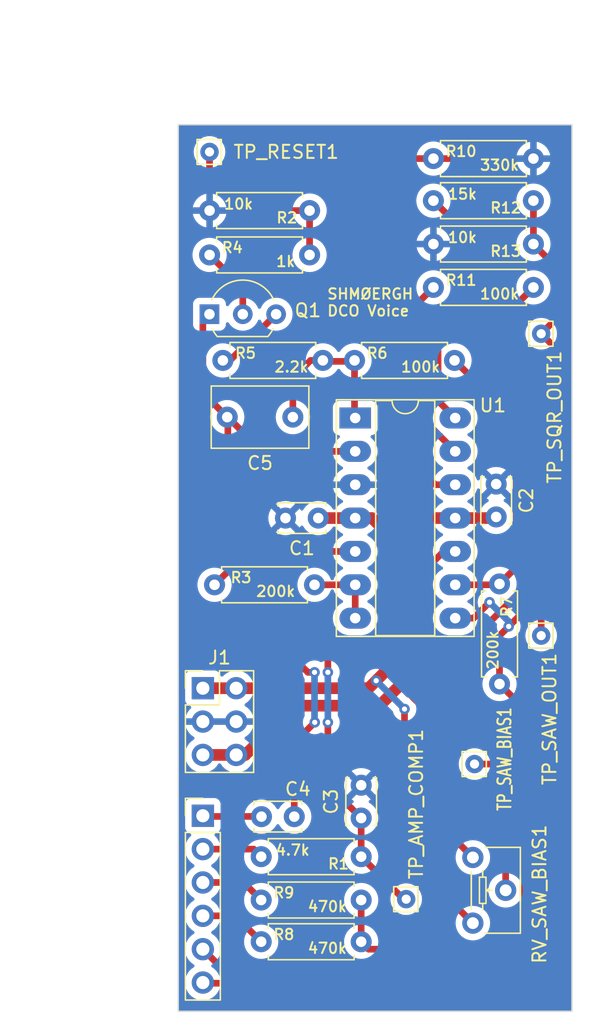
<source format=kicad_pcb>
(kicad_pcb (version 20221018) (generator pcbnew)
  (layers (0 "F.Cu" signal) (31 "B.Cu" signal) (34 "B.Paste" user) (35 "F.Paste" user) (36 "B.SilkS" user "B.Silkscreen") (37 "F.SilkS" user "F.Silkscreen") (38 "B.Mask" user) (39 "F.Mask" user) (44 "Edge.Cuts" user))
  (net 0 "")
  (net 1 "Net-(U1B-+)")
  (net 2 "GND")
  (net 3 "Net-(C4-Pad1)")
  (net 4 "RESET")
  (net 5 "Net-(U1C-+)")
  (net 6 "Net-(Q1-E)")
  (net 7 "+12V")
  (net 8 "-12V")
  (net 9 "SAW_OUT")
  (net 10 "SQR_OUT")
  (net 11 "PULSE_WIDTH")
  (net 12 "PWM")
  (net 13 "AMP")
  (net 14 "Net-(Q1-B)")
  (net 15 "Net-(Q1-C)")
  (net 16 "Net-(U1B--)")
  (net 17 "Net-(C5-Pad1)")
  (net 18 "Net-(U1D-+)")
  (net 19 "Net-(U1D--)")
  (net 20 "Net-(R12-Pad2)")
  (net 21 "Net-(U1C--)")
  (footprint "Shmoergh_Custom_Footprints:R_Axial_DIN0207_L6.3mm_D2.5mm_P7.62mm_Horizontal" (layer "F.Cu") (at 128.397 67.945)
    (fp_text reference "R5" (at 0.85 -0.55) (layer "F.SilkS") (effects (font (size 0.8 0.8)) (justify left)))
    (fp_text value "2.2k" (at 6.6 0.5) (layer "F.SilkS") (effects (font (size 0.8 0.8)) (justify right)))
    (fp_line (start 0.54 -1.37) (end 7.08 -1.37) (stroke (width 0.12)) (layer "F.SilkS"))
    (fp_line (start 0.54 -1.04) (end 0.54 -1.37) (stroke (width 0.12)) (layer "F.SilkS"))
    (fp_line (start 0.54 1.04) (end 0.54 1.37) (stroke (width 0.12)) (layer "F.SilkS"))
    (fp_line (start 0.54 1.37) (end 7.08 1.37) (stroke (width 0.12)) (layer "F.SilkS"))
    (fp_line (start 7.08 -1.37) (end 7.08 -1.04) (stroke (width 0.12)) (layer "F.SilkS"))
    (fp_line (start 7.08 1.37) (end 7.08 1.04) (stroke (width 0.12)) (layer "F.SilkS"))
    (pad "1" thru_hole circle (at 0 0) (size 1.6 1.6) (drill 0.8) (layers "*.Cu" "*.Mask") (net 15 "Net-(Q1-C)"))
    (pad "2" thru_hole oval (at 7.62 0) (size 1.6 1.6) (drill 0.8) (layers "*.Cu" "*.Mask") (net 17 "Net-(C5-Pad1)"))
  )
  (footprint "Shmoergh_Custom_Footprints:R_Axial_DIN0207_L6.3mm_D2.5mm_P7.62mm_Horizontal" (layer "F.Cu") (at 138.938 105.731036 180)
    (fp_text reference "R1" (at 0.85 -0.55) (layer "F.SilkS") (effects (font (size 0.8 0.8)) (justify right)))
    (fp_text value "4.7k" (at 6.6 0.5) (layer "F.SilkS") (effects (font (size 0.8 0.8)) (justify left)))
    (fp_line (start 0.54 -1.37) (end 7.08 -1.37) (stroke (width 0.12)) (layer "F.SilkS"))
    (fp_line (start 0.54 -1.04) (end 0.54 -1.37) (stroke (width 0.12)) (layer "F.SilkS"))
    (fp_line (start 0.54 1.04) (end 0.54 1.37) (stroke (width 0.12)) (layer "F.SilkS"))
    (fp_line (start 0.54 1.37) (end 7.08 1.37) (stroke (width 0.12)) (layer "F.SilkS"))
    (fp_line (start 7.08 -1.37) (end 7.08 -1.04) (stroke (width 0.12)) (layer "F.SilkS"))
    (fp_line (start 7.08 1.37) (end 7.08 1.04) (stroke (width 0.12)) (layer "F.SilkS"))
    (pad "1" thru_hole circle (at 0 0 180) (size 1.6 1.6) (drill 0.8) (layers "*.Cu" "*.Mask") (net 1 "Net-(U1B-+)"))
    (pad "2" thru_hole oval (at 7.62 0 180) (size 1.6 1.6) (drill 0.8) (layers "*.Cu" "*.Mask") (net 13 "AMP"))
  )
  (footprint "Capacitor_THT:C_Rect_L7.2mm_W4.5mm_P5.00mm_FKS2_FKP2_MKS2_MKP2" (layer "F.Cu") (at 133.731 72.263 180)
    (fp_text reference "C5" (at 2.5 -3.5) (layer "F.SilkS"))
    (fp_text value "1n (foil)")
    (fp_line (start -1.22 -2.37) (end -1.22 2.37) (stroke (width 0.12)) (layer "F.SilkS"))
    (fp_line (start -1.22 -2.37) (end 6.22 -2.37) (stroke (width 0.12)) (layer "F.SilkS"))
    (fp_line (start -1.22 2.37) (end 6.22 2.37) (stroke (width 0.12)) (layer "F.SilkS"))
    (fp_line (start 6.22 -2.37) (end 6.22 2.37) (stroke (width 0.12)) (layer "F.SilkS"))
    (pad "1" thru_hole circle (at 0 0 180) (size 1.6 1.6) (drill 0.8) (layers "*.Cu" "*.Mask") (net 17 "Net-(C5-Pad1)"))
    (pad "2" thru_hole circle (at 5 0 180) (size 1.6 1.6) (drill 0.8) (layers "*.Cu" "*.Mask") (net 6 "Net-(Q1-E)"))
  )
  (footprint "Connector_Pin:Pin_D0.7mm_L6.5mm_W1.8mm_FlatFork" (layer "F.Cu") (at 147.574 98.679)
    (fp_text reference "TP_SAW_BIAS1" (at 2.286 -0.381 90) (layer "F.SilkS") (effects (font (size 1 0.75))))
    (fp_text value "TestPoint")
    (fp_line (start -0.95 -0.95) (end -0.95 0.95) (stroke (width 0.12)) (layer "F.SilkS"))
    (fp_line (start -0.95 0.95) (end 0.9 0.95) (stroke (width 0.12)) (layer "F.SilkS"))
    (fp_line (start 0.9 -0.95) (end -0.95 -0.95) (stroke (width 0.12)) (layer "F.SilkS"))
    (fp_line (start 0.9 -0.9) (end 0.9 -0.95) (stroke (width 0.12)) (layer "F.SilkS"))
    (fp_line (start 0.9 0.95) (end 0.9 -0.9) (stroke (width 0.12)) (layer "F.SilkS"))
    (pad "1" thru_hole circle (at 0 0) (size 1.4 1.4) (drill 0.7) (layers "*.Cu" "*.Mask") (net 5 "Net-(U1C-+)"))
  )
  (footprint "Shmoergh_Custom_Footprints:R_Axial_DIN0207_L6.3mm_D2.5mm_P7.62mm_Horizontal" (layer "F.Cu") (at 144.442 52.578)
    (fp_text reference "R10" (at 0.85 -0.55) (layer "F.SilkS") (effects (font (size 0.8 0.8)) (justify left)))
    (fp_text value "330k" (at 6.6 0.5) (layer "F.SilkS") (effects (font (size 0.8 0.8)) (justify right)))
    (fp_line (start 0.54 -1.37) (end 7.08 -1.37) (stroke (width 0.12)) (layer "F.SilkS"))
    (fp_line (start 0.54 -1.04) (end 0.54 -1.37) (stroke (width 0.12)) (layer "F.SilkS"))
    (fp_line (start 0.54 1.04) (end 0.54 1.37) (stroke (width 0.12)) (layer "F.SilkS"))
    (fp_line (start 0.54 1.37) (end 7.08 1.37) (stroke (width 0.12)) (layer "F.SilkS"))
    (fp_line (start 7.08 -1.37) (end 7.08 -1.04) (stroke (width 0.12)) (layer "F.SilkS"))
    (fp_line (start 7.08 1.37) (end 7.08 1.04) (stroke (width 0.12)) (layer "F.SilkS"))
    (pad "1" thru_hole circle (at 0 0) (size 1.6 1.6) (drill 0.8) (layers "*.Cu" "*.Mask") (net 18 "Net-(U1D-+)"))
    (pad "2" thru_hole oval (at 7.62 0) (size 1.6 1.6) (drill 0.8) (layers "*.Cu" "*.Mask") (net 2 "GND"))
  )
  (footprint "Shmoergh_Custom_Footprints:R_Axial_DIN0207_L6.3mm_D2.5mm_P7.62mm_Horizontal" (layer "F.Cu") (at 138.43 67.945)
    (fp_text reference "R6" (at 0.85 -0.55) (layer "F.SilkS") (effects (font (size 0.8 0.8)) (justify left)))
    (fp_text value "100k" (at 6.6 0.5) (layer "F.SilkS") (effects (font (size 0.8 0.8)) (justify right)))
    (fp_line (start 0.54 -1.37) (end 7.08 -1.37) (stroke (width 0.12)) (layer "F.SilkS"))
    (fp_line (start 0.54 -1.04) (end 0.54 -1.37) (stroke (width 0.12)) (layer "F.SilkS"))
    (fp_line (start 0.54 1.04) (end 0.54 1.37) (stroke (width 0.12)) (layer "F.SilkS"))
    (fp_line (start 0.54 1.37) (end 7.08 1.37) (stroke (width 0.12)) (layer "F.SilkS"))
    (fp_line (start 7.08 -1.37) (end 7.08 -1.04) (stroke (width 0.12)) (layer "F.SilkS"))
    (fp_line (start 7.08 1.37) (end 7.08 1.04) (stroke (width 0.12)) (layer "F.SilkS"))
    (pad "1" thru_hole circle (at 0 0) (size 1.6 1.6) (drill 0.8) (layers "*.Cu" "*.Mask") (net 17 "Net-(C5-Pad1)"))
    (pad "2" thru_hole oval (at 7.62 0) (size 1.6 1.6) (drill 0.8) (layers "*.Cu" "*.Mask") (net 21 "Net-(U1C--)"))
  )
  (footprint "Capacitor_THT:C_Disc_D3.4mm_W2.1mm_P2.50mm" (layer "F.Cu") (at 133.838 102.683036 180)
    (fp_text reference "C4" (at -0.274 2.099036) (layer "F.SilkS"))
    (fp_text value "560")
    (fp_line (start -0.57 -1.17) (end -0.57 -0.925) (stroke (width 0.12)) (layer "F.SilkS"))
    (fp_line (start -0.57 -1.17) (end 3.07 -1.17) (stroke (width 0.12)) (layer "F.SilkS"))
    (fp_line (start -0.57 0.925) (end -0.57 1.17) (stroke (width 0.12)) (layer "F.SilkS"))
    (fp_line (start -0.57 1.17) (end 3.07 1.17) (stroke (width 0.12)) (layer "F.SilkS"))
    (fp_line (start 3.07 -1.17) (end 3.07 -0.925) (stroke (width 0.12)) (layer "F.SilkS"))
    (fp_line (start 3.07 0.925) (end 3.07 1.17) (stroke (width 0.12)) (layer "F.SilkS"))
    (pad "1" thru_hole circle (at 0 0 180) (size 1.6 1.6) (drill 0.8) (layers "*.Cu" "*.Mask") (net 3 "Net-(C4-Pad1)"))
    (pad "2" thru_hole circle (at 2.5 0 180) (size 1.6 1.6) (drill 0.8) (layers "*.Cu" "*.Mask") (net 4 "RESET"))
  )
  (footprint "Connector_Pin:Pin_D0.7mm_L6.5mm_W1.8mm_FlatFork" (layer "F.Cu") (at 152.654 65.913)
    (fp_text reference "TP_SQR_OUT1" (at 1.016 6.35 90) (layer "F.SilkS"))
    (fp_text value "TestPoint")
    (fp_line (start -0.95 -0.95) (end -0.95 0.95) (stroke (width 0.12)) (layer "F.SilkS"))
    (fp_line (start -0.95 0.95) (end 0.9 0.95) (stroke (width 0.12)) (layer "F.SilkS"))
    (fp_line (start 0.9 -0.95) (end -0.95 -0.95) (stroke (width 0.12)) (layer "F.SilkS"))
    (fp_line (start 0.9 -0.9) (end 0.9 -0.95) (stroke (width 0.12)) (layer "F.SilkS"))
    (fp_line (start 0.9 0.95) (end 0.9 -0.9) (stroke (width 0.12)) (layer "F.SilkS"))
    (pad "1" thru_hole circle (at 0 0) (size 1.4 1.4) (drill 0.7) (layers "*.Cu" "*.Mask") (net 10 "SQR_OUT"))
  )
  (footprint "Shmoergh_Custom_Footprints:R_Axial_DIN0207_L6.3mm_D2.5mm_P7.62mm_Horizontal" (layer "F.Cu") (at 152.062 55.782328 180)
    (fp_text reference "R12" (at 0.85 -0.55) (layer "F.SilkS") (effects (font (size 0.8 0.8)) (justify right)))
    (fp_text value "15k" (at 6.6 0.5) (layer "F.SilkS") (effects (font (size 0.8 0.8)) (justify left)))
    (fp_line (start 0.54 -1.37) (end 7.08 -1.37) (stroke (width 0.12)) (layer "F.SilkS"))
    (fp_line (start 0.54 -1.04) (end 0.54 -1.37) (stroke (width 0.12)) (layer "F.SilkS"))
    (fp_line (start 0.54 1.04) (end 0.54 1.37) (stroke (width 0.12)) (layer "F.SilkS"))
    (fp_line (start 0.54 1.37) (end 7.08 1.37) (stroke (width 0.12)) (layer "F.SilkS"))
    (fp_line (start 7.08 -1.37) (end 7.08 -1.04) (stroke (width 0.12)) (layer "F.SilkS"))
    (fp_line (start 7.08 1.37) (end 7.08 1.04) (stroke (width 0.12)) (layer "F.SilkS"))
    (pad "1" thru_hole circle (at 0 0 180) (size 1.6 1.6) (drill 0.8) (layers "*.Cu" "*.Mask") (net 10 "SQR_OUT"))
    (pad "2" thru_hole oval (at 7.62 0 180) (size 1.6 1.6) (drill 0.8) (layers "*.Cu" "*.Mask") (net 20 "Net-(R12-Pad2)"))
  )
  (footprint "Shmoergh_Custom_Footprints:R_Axial_DIN0207_L6.3mm_D2.5mm_P7.62mm_Horizontal" (layer "F.Cu") (at 127.762 85.030036)
    (fp_text reference "R3" (at 1.143 -0.55) (layer "F.SilkS") (effects (font (size 0.8 0.8)) (justify left)))
    (fp_text value "200k" (at 6.223 0.5) (layer "F.SilkS") (effects (font (size 0.8 0.8)) (justify right)))
    (fp_line (start 0.54 -1.37) (end 7.08 -1.37) (stroke (width 0.12)) (layer "F.SilkS"))
    (fp_line (start 0.54 -1.04) (end 0.54 -1.37) (stroke (width 0.12)) (layer "F.SilkS"))
    (fp_line (start 0.54 1.04) (end 0.54 1.37) (stroke (width 0.12)) (layer "F.SilkS"))
    (fp_line (start 0.54 1.37) (end 7.08 1.37) (stroke (width 0.12)) (layer "F.SilkS"))
    (fp_line (start 7.08 -1.37) (end 7.08 -1.04) (stroke (width 0.12)) (layer "F.SilkS"))
    (fp_line (start 7.08 1.37) (end 7.08 1.04) (stroke (width 0.12)) (layer "F.SilkS"))
    (pad "1" thru_hole circle (at 0 0) (size 1.6 1.6) (drill 0.8) (layers "*.Cu" "*.Mask") (net 6 "Net-(Q1-E)"))
    (pad "2" thru_hole oval (at 7.62 0) (size 1.6 1.6) (drill 0.8) (layers "*.Cu" "*.Mask") (net 16 "Net-(U1B--)"))
  )
  (footprint "Capacitor_THT:C_Disc_D3.4mm_W2.1mm_P2.50mm" (layer "F.Cu") (at 135.669 79.950036 180)
    (fp_text reference "C1" (at 1.25 -2.3) (layer "F.SilkS"))
    (fp_text value "100n")
    (fp_line (start -0.57 -1.17) (end -0.57 -0.925) (stroke (width 0.12)) (layer "F.SilkS"))
    (fp_line (start -0.57 -1.17) (end 3.07 -1.17) (stroke (width 0.12)) (layer "F.SilkS"))
    (fp_line (start -0.57 0.925) (end -0.57 1.17) (stroke (width 0.12)) (layer "F.SilkS"))
    (fp_line (start -0.57 1.17) (end 3.07 1.17) (stroke (width 0.12)) (layer "F.SilkS"))
    (fp_line (start 3.07 -1.17) (end 3.07 -0.925) (stroke (width 0.12)) (layer "F.SilkS"))
    (fp_line (start 3.07 0.925) (end 3.07 1.17) (stroke (width 0.12)) (layer "F.SilkS"))
    (pad "1" thru_hole circle (at 0 0 180) (size 1.6 1.6) (drill 0.8) (layers "*.Cu" "*.Mask") (net 7 "+12V"))
    (pad "2" thru_hole circle (at 2.5 0 180) (size 1.6 1.6) (drill 0.8) (layers "*.Cu" "*.Mask") (net 2 "GND"))
  )
  (footprint "Connector_Pin:Pin_D0.7mm_L6.5mm_W1.8mm_FlatFork" (layer "F.Cu") (at 142.367 108.966)
    (fp_text reference "TP_AMP_COMP1" (at 0.762 -7.239 90) (layer "F.SilkS"))
    (fp_text value "TestPoint")
    (fp_line (start -0.95 -0.95) (end -0.95 0.95) (stroke (width 0.12)) (layer "F.SilkS"))
    (fp_line (start -0.95 0.95) (end 0.9 0.95) (stroke (width 0.12)) (layer "F.SilkS"))
    (fp_line (start 0.9 -0.95) (end -0.95 -0.95) (stroke (width 0.12)) (layer "F.SilkS"))
    (fp_line (start 0.9 -0.9) (end 0.9 -0.95) (stroke (width 0.12)) (layer "F.SilkS"))
    (fp_line (start 0.9 0.95) (end 0.9 -0.9) (stroke (width 0.12)) (layer "F.SilkS"))
    (pad "1" thru_hole circle (at 0 0) (size 1.4 1.4) (drill 0.7) (layers "*.Cu" "*.Mask") (net 1 "Net-(U1B-+)"))
  )
  (footprint "Capacitor_THT:C_Disc_D3.4mm_W2.1mm_P2.50mm" (layer "F.Cu") (at 149.225 77.363 -90)
    (fp_text reference "C2" (at 1.25 -2.3 90) (layer "F.SilkS"))
    (fp_text value "100n")
    (fp_line (start -0.57 -1.17) (end -0.57 -0.925) (stroke (width 0.12)) (layer "F.SilkS"))
    (fp_line (start -0.57 -1.17) (end 3.07 -1.17) (stroke (width 0.12)) (layer "F.SilkS"))
    (fp_line (start -0.57 0.925) (end -0.57 1.17) (stroke (width 0.12)) (layer "F.SilkS"))
    (fp_line (start -0.57 1.17) (end 3.07 1.17) (stroke (width 0.12)) (layer "F.SilkS"))
    (fp_line (start 3.07 -1.17) (end 3.07 -0.925) (stroke (width 0.12)) (layer "F.SilkS"))
    (fp_line (start 3.07 0.925) (end 3.07 1.17) (stroke (width 0.12)) (layer "F.SilkS"))
    (pad "1" thru_hole circle (at 0 0 270) (size 1.6 1.6) (drill 0.8) (layers "*.Cu" "*.Mask") (net 2 "GND"))
    (pad "2" thru_hole circle (at 2.5 0 270) (size 1.6 1.6) (drill 0.8) (layers "*.Cu" "*.Mask") (net 8 "-12V"))
  )
  (footprint "Shmoergh_Custom_Footprints:R_Axial_DIN0207_L6.3mm_D2.5mm_P7.62mm_Horizontal" (layer "F.Cu") (at 144.442 62.386328)
    (fp_text reference "R11" (at 0.85 -0.55) (layer "F.SilkS") (effects (font (size 0.8 0.8)) (justify left)))
    (fp_text value "100k" (at 6.6 0.5) (layer "F.SilkS") (effects (font (size 0.8 0.8)) (justify right)))
    (fp_line (start 0.54 -1.37) (end 7.08 -1.37) (stroke (width 0.12)) (layer "F.SilkS"))
    (fp_line (start 0.54 -1.04) (end 0.54 -1.37) (stroke (width 0.12)) (layer "F.SilkS"))
    (fp_line (start 0.54 1.04) (end 0.54 1.37) (stroke (width 0.12)) (layer "F.SilkS"))
    (fp_line (start 0.54 1.37) (end 7.08 1.37) (stroke (width 0.12)) (layer "F.SilkS"))
    (fp_line (start 7.08 -1.37) (end 7.08 -1.04) (stroke (width 0.12)) (layer "F.SilkS"))
    (fp_line (start 7.08 1.37) (end 7.08 1.04) (stroke (width 0.12)) (layer "F.SilkS"))
    (pad "1" thru_hole circle (at 0 0) (size 1.6 1.6) (drill 0.8) (layers "*.Cu" "*.Mask") (net 19 "Net-(U1D--)"))
    (pad "2" thru_hole oval (at 7.62 0) (size 1.6 1.6) (drill 0.8) (layers "*.Cu" "*.Mask") (net 9 "SAW_OUT"))
  )
  (footprint "PCM_Potentiometer_THT_AKL:Potentiometer_ACP_CA6-H2,5_Horizontal" (layer "F.Cu") (at 147.447 105.791)
    (fp_text reference "RV_SAW_BIAS1" (at 5.08 2.794 90) (layer "F.SilkS"))
    (fp_text value "10k fine" hide)
    (fp_line (start -0.121 1.066) (end -0.121 3.935) (stroke (width 0.12)) (layer "F.SilkS"))
    (fp_line (start -0.121 1.38) (end -0.121 3.62) (stroke (width 0.12)) (layer "F.SilkS"))
    (fp_line (start 0.75 1.5) (end 0.75 1) (stroke (width 0.12)) (layer "F.SilkS"))
    (fp_line (start 0.75 3.5) (end 0.75 4) (stroke (width 0.12)) (layer "F.SilkS"))
    (fp_line (start 0.925 -0.77) (end 3.62 -0.77) (stroke (width 0.12)) (layer "F.SilkS"))
    (fp_line (start 0.925 5.77) (end 3.62 5.77) (stroke (width 0.12)) (layer "F.SilkS"))
    (fp_line (start 1.5 2.5) (end 1 2.5) (stroke (width 0.12)) (layer "F.SilkS"))
    (fp_line (start 3.62 -0.77) (end 3.62 5.77) (stroke (width 0.12)) (layer "F.SilkS"))
    (fp_line (start 3.62 1.38) (end 3.62 3.62) (stroke (width 0.12)) (layer "F.SilkS"))
    (fp_rect (start 0.5 1.5) (end 1 3.5) (stroke (width 0.12)) (fill none) (layer "F.SilkS"))
    (fp_poly (pts (xy 1.2 2.6) (xy 1 2.5) (xy 1.2 2.4)) (stroke (width 0.12)) (fill solid) (layer "F.SilkS"))
    (pad "1" thru_hole circle (at 0 0) (size 1.62 1.62) (drill 0.9) (layers "*.Cu" "*.Mask") (net 8 "-12V"))
    (pad "2" thru_hole circle (at 2.5 2.5) (size 1.62 1.62) (drill 0.9) (layers "*.Cu" "*.Mask") (net 5 "Net-(U1C-+)"))
    (pad "3" thru_hole circle (at 0 5) (size 1.62 1.62) (drill 0.9) (layers "*.Cu" "*.Mask") (net 7 "+12V"))
  )
  (footprint "Capacitor_THT:C_Disc_D3.4mm_W2.1mm_P2.50mm" (layer "F.Cu") (at 138.938 102.790036 90)
    (fp_text reference "C3" (at 1.25 -2.3 90) (layer "F.SilkS"))
    (fp_text value "100n")
    (fp_line (start -0.57 -1.17) (end -0.57 -0.925) (stroke (width 0.12)) (layer "F.SilkS"))
    (fp_line (start -0.57 -1.17) (end 3.07 -1.17) (stroke (width 0.12)) (layer "F.SilkS"))
    (fp_line (start -0.57 0.925) (end -0.57 1.17) (stroke (width 0.12)) (layer "F.SilkS"))
    (fp_line (start -0.57 1.17) (end 3.07 1.17) (stroke (width 0.12)) (layer "F.SilkS"))
    (fp_line (start 3.07 -1.17) (end 3.07 -0.925) (stroke (width 0.12)) (layer "F.SilkS"))
    (fp_line (start 3.07 0.925) (end 3.07 1.17) (stroke (width 0.12)) (layer "F.SilkS"))
    (pad "1" thru_hole circle (at 0 0 90) (size 1.6 1.6) (drill 0.8) (layers "*.Cu" "*.Mask") (net 1 "Net-(U1B-+)"))
    (pad "2" thru_hole circle (at 2.5 0 90) (size 1.6 1.6) (drill 0.8) (layers "*.Cu" "*.Mask") (net 2 "GND"))
  )
  (footprint "Connector_Pin:Pin_D0.7mm_L6.5mm_W1.8mm_FlatFork" (layer "F.Cu") (at 152.654 88.9)
    (fp_text reference "TP_SAW_OUT1" (at 0.635 6.35 90) (layer "F.SilkS"))
    (fp_text value "TestPoint")
    (fp_line (start -0.95 -0.95) (end -0.95 0.95) (stroke (width 0.12)) (layer "F.SilkS"))
    (fp_line (start -0.95 0.95) (end 0.9 0.95) (stroke (width 0.12)) (layer "F.SilkS"))
    (fp_line (start 0.9 -0.95) (end -0.95 -0.95) (stroke (width 0.12)) (layer "F.SilkS"))
    (fp_line (start 0.9 -0.9) (end 0.9 -0.95) (stroke (width 0.12)) (layer "F.SilkS"))
    (fp_line (start 0.9 0.95) (end 0.9 -0.9) (stroke (width 0.12)) (layer "F.SilkS"))
    (pad "1" thru_hole circle (at 0 0) (size 1.4 1.4) (drill 0.7) (layers "*.Cu" "*.Mask") (net 9 "SAW_OUT"))
  )
  (footprint "Shmoergh_Custom_Footprints:R_Axial_DIN0207_L6.3mm_D2.5mm_P7.62mm_Horizontal" (layer "F.Cu") (at 127.385817 59.913364)
    (fp_text reference "R4" (at 0.85 -0.55) (layer "F.SilkS") (effects (font (size 0.8 0.8)) (justify left)))
    (fp_text value "1k" (at 6.6 0.5) (layer "F.SilkS") (effects (font (size 0.8 0.8)) (justify right)))
    (fp_line (start 0.54 -1.37) (end 7.08 -1.37) (stroke (width 0.12)) (layer "F.SilkS"))
    (fp_line (start 0.54 -1.04) (end 0.54 -1.37) (stroke (width 0.12)) (layer "F.SilkS"))
    (fp_line (start 0.54 1.04) (end 0.54 1.37) (stroke (width 0.12)) (layer "F.SilkS"))
    (fp_line (start 0.54 1.37) (end 7.08 1.37) (stroke (width 0.12)) (layer "F.SilkS"))
    (fp_line (start 7.08 -1.37) (end 7.08 -1.04) (stroke (width 0.12)) (layer "F.SilkS"))
    (fp_line (start 7.08 1.37) (end 7.08 1.04) (stroke (width 0.12)) (layer "F.SilkS"))
    (pad "1" thru_hole circle (at 0 0) (size 1.6 1.6) (drill 0.8) (layers "*.Cu" "*.Mask") (net 14 "Net-(Q1-B)"))
    (pad "2" thru_hole oval (at 7.62 0) (size 1.6 1.6) (drill 0.8) (layers "*.Cu" "*.Mask") (net 3 "Net-(C4-Pad1)"))
  )
  (footprint "Connector_Pin:Pin_D0.7mm_L6.5mm_W1.8mm_FlatFork" (layer "F.Cu") (at 127.381 52.07)
    (fp_text reference "TP_RESET1" (at 5.842 0) (layer "F.SilkS"))
    (fp_text value "TestPoint")
    (fp_line (start -0.95 -0.95) (end -0.95 0.95) (stroke (width 0.12)) (layer "F.SilkS"))
    (fp_line (start -0.95 0.95) (end 0.9 0.95) (stroke (width 0.12)) (layer "F.SilkS"))
    (fp_line (start 0.9 -0.95) (end -0.95 -0.95) (stroke (width 0.12)) (layer "F.SilkS"))
    (fp_line (start 0.9 -0.9) (end 0.9 -0.95) (stroke (width 0.12)) (layer "F.SilkS"))
    (fp_line (start 0.9 0.95) (end 0.9 -0.9) (stroke (width 0.12)) (layer "F.SilkS"))
    (pad "1" thru_hole circle (at 0 0) (size 1.4 1.4) (drill 0.7) (layers "*.Cu" "*.Mask") (net 3 "Net-(C4-Pad1)"))
  )
  (footprint "Shmoergh_Custom_Footprints:R_Axial_DIN0207_L6.3mm_D2.5mm_P7.62mm_Horizontal" (layer "F.Cu") (at 131.318 109.033036)
    (fp_text reference "R9" (at 0.85 -0.55) (layer "F.SilkS") (effects (font (size 0.8 0.8)) (justify left)))
    (fp_text value "470k" (at 6.6 0.5) (layer "F.SilkS") (effects (font (size 0.8 0.8)) (justify right)))
    (fp_line (start 0.54 -1.37) (end 7.08 -1.37) (stroke (width 0.12)) (layer "F.SilkS"))
    (fp_line (start 0.54 -1.04) (end 0.54 -1.37) (stroke (width 0.12)) (layer "F.SilkS"))
    (fp_line (start 0.54 1.04) (end 0.54 1.37) (stroke (width 0.12)) (layer "F.SilkS"))
    (fp_line (start 0.54 1.37) (end 7.08 1.37) (stroke (width 0.12)) (layer "F.SilkS"))
    (fp_line (start 7.08 -1.37) (end 7.08 -1.04) (stroke (width 0.12)) (layer "F.SilkS"))
    (fp_line (start 7.08 1.37) (end 7.08 1.04) (stroke (width 0.12)) (layer "F.SilkS"))
    (pad "1" thru_hole circle (at 0 0) (size 1.6 1.6) (drill 0.8) (layers "*.Cu" "*.Mask") (net 11 "PULSE_WIDTH"))
    (pad "2" thru_hole oval (at 7.62 0) (size 1.6 1.6) (drill 0.8) (layers "*.Cu" "*.Mask") (net 18 "Net-(U1D-+)"))
  )
  (footprint "PCM_Package_TO_SOT_THT_AKL:TO-92L_Inline_Wide" (layer "F.Cu") (at 127.375817 64.427364)
    (fp_text reference "Q1" (at 7.498183 -0.292364) (layer "F.SilkS"))
    (fp_text value "2N3906" hide)
    (fp_line (start 0.6 1.7) (end 4.45 1.7) (stroke (width 0.12)) (layer "F.SilkS"))
    (fp_arc (start 0.1836 -1.098807) (mid 1.143021 -2.192817) (end 2.54 -2.6) (stroke (width 0.12)) (layer "F.SilkS"))
    (fp_arc (start 0.6 1.7) (mid 0.389183 1.423933) (end 0.217369 1.122045) (stroke (width 0.12)) (layer "F.SilkS"))
    (fp_arc (start 2.54 -2.6) (mid 3.936979 -2.192818) (end 4.8964 -1.098807) (stroke (width 0.12)) (layer "F.SilkS"))
    (fp_arc (start 4.842383 1.112264) (mid 4.666594 1.419753) (end 4.45 1.7) (stroke (width 0.12)) (layer "F.SilkS"))
    (pad "1" thru_hole rect (at 0 0 90) (size 1.5 1.5) (drill 0.8) (layers "*.Cu" "*.Mask") (net 6 "Net-(Q1-E)"))
    (pad "2" thru_hole circle (at 2.54 0 90) (size 1.5 1.5) (drill 0.8) (layers "*.Cu" "*.Mask") (net 14 "Net-(Q1-B)"))
    (pad "3" thru_hole circle (at 5.08 0 90) (size 1.5 1.5) (drill 0.8) (layers "*.Cu" "*.Mask") (net 15 "Net-(Q1-C)"))
  )
  (footprint "Shmoergh_Custom_Footprints:R_Axial_DIN0207_L6.3mm_D2.5mm_P7.62mm_Horizontal" (layer "F.Cu") (at 135.005817 56.536541 180)
    (fp_text reference "R2" (at 0.85 -0.55) (layer "F.SilkS") (effects (font (size 0.8 0.8)) (justify right)))
    (fp_text value "10k" (at 6.6 0.5) (layer "F.SilkS") (effects (font (size 0.8 0.8)) (justify left)))
    (fp_line (start 0.54 -1.37) (end 7.08 -1.37) (stroke (width 0.12)) (layer "F.SilkS"))
    (fp_line (start 0.54 -1.04) (end 0.54 -1.37) (stroke (width 0.12)) (layer "F.SilkS"))
    (fp_line (start 0.54 1.04) (end 0.54 1.37) (stroke (width 0.12)) (layer "F.SilkS"))
    (fp_line (start 0.54 1.37) (end 7.08 1.37) (stroke (width 0.12)) (layer "F.SilkS"))
    (fp_line (start 7.08 -1.37) (end 7.08 -1.04) (stroke (width 0.12)) (layer "F.SilkS"))
    (fp_line (start 7.08 1.37) (end 7.08 1.04) (stroke (width 0.12)) (layer "F.SilkS"))
    (pad "1" thru_hole circle (at 0 0 180) (size 1.6 1.6) (drill 0.8) (layers "*.Cu" "*.Mask") (net 3 "Net-(C4-Pad1)"))
    (pad "2" thru_hole oval (at 7.62 0 180) (size 1.6 1.6) (drill 0.8) (layers "*.Cu" "*.Mask") (net 2 "GND"))
  )
  (footprint "Shmoergh_Custom_Footprints:R_Axial_DIN0207_L6.3mm_D2.5mm_P7.62mm_Horizontal" (layer "F.Cu") (at 152.062 59.084328 180)
    (fp_text reference "R13" (at 0.85 -0.55) (layer "F.SilkS") (effects (font (size 0.8 0.8)) (justify right)))
    (fp_text value "10k" (at 6.6 0.5) (layer "F.SilkS") (effects (font (size 0.8 0.8)) (justify left)))
    (fp_line (start 0.54 -1.37) (end 7.08 -1.37) (stroke (width 0.12)) (layer "F.SilkS"))
    (fp_line (start 0.54 -1.04) (end 0.54 -1.37) (stroke (width 0.12)) (layer "F.SilkS"))
    (fp_line (start 0.54 1.04) (end 0.54 1.37) (stroke (width 0.12)) (layer "F.SilkS"))
    (fp_line (start 0.54 1.37) (end 7.08 1.37) (stroke (width 0.12)) (layer "F.SilkS"))
    (fp_line (start 7.08 -1.37) (end 7.08 -1.04) (stroke (width 0.12)) (layer "F.SilkS"))
    (fp_line (start 7.08 1.37) (end 7.08 1.04) (stroke (width 0.12)) (layer "F.SilkS"))
    (pad "1" thru_hole circle (at 0 0 180) (size 1.6 1.6) (drill 0.8) (layers "*.Cu" "*.Mask") (net 10 "SQR_OUT"))
    (pad "2" thru_hole oval (at 7.62 0 180) (size 1.6 1.6) (drill 0.8) (layers "*.Cu" "*.Mask") (net 2 "GND"))
  )
  (footprint "Shmoergh_Custom_Footprints:R_Axial_DIN0207_L6.3mm_D2.5mm_P7.62mm_Horizontal" (layer "F.Cu") (at 149.479 84.963 -90)
    (fp_text reference "R7" (at 0.85 -0.55 90) (layer "F.SilkS") (effects (font (size 0.8 0.8)) (justify right)))
    (fp_text value "200k" (at 6.6 0.5 90) (layer "F.SilkS") (effects (font (size 0.8 0.8)) (justify left)))
    (fp_line (start 0.54 -1.37) (end 7.08 -1.37) (stroke (width 0.12)) (layer "F.SilkS"))
    (fp_line (start 0.54 -1.04) (end 0.54 -1.37) (stroke (width 0.12)) (layer "F.SilkS"))
    (fp_line (start 0.54 1.04) (end 0.54 1.37) (stroke (width 0.12)) (layer "F.SilkS"))
    (fp_line (start 0.54 1.37) (end 7.08 1.37) (stroke (width 0.12)) (layer "F.SilkS"))
    (fp_line (start 7.08 -1.37) (end 7.08 -1.04) (stroke (width 0.12)) (layer "F.SilkS"))
    (fp_line (start 7.08 1.37) (end 7.08 1.04) (stroke (width 0.12)) (layer "F.SilkS"))
    (pad "1" thru_hole circle (at 0 0 270) (size 1.6 1.6) (drill 0.8) (layers "*.Cu" "*.Mask") (net 21 "Net-(U1C--)"))
    (pad "2" thru_hole oval (at 7.62 0 270) (size 1.6 1.6) (drill 0.8) (layers "*.Cu" "*.Mask") (net 9 "SAW_OUT"))
  )
  (footprint "Shmoergh_Custom_Footprints:R_Axial_DIN0207_L6.3mm_D2.5mm_P7.62mm_Horizontal" (layer "F.Cu") (at 131.318 112.208036)
    (fp_text reference "R8" (at 0.85 -0.55) (layer "F.SilkS") (effects (font (size 0.8 0.8)) (justify left)))
    (fp_text value "470k" (at 6.6 0.5) (layer "F.SilkS") (effects (font (size 0.8 0.8)) (justify right)))
    (fp_line (start 0.54 -1.37) (end 7.08 -1.37) (stroke (width 0.12)) (layer "F.SilkS"))
    (fp_line (start 0.54 -1.04) (end 0.54 -1.37) (stroke (width 0.12)) (layer "F.SilkS"))
    (fp_line (start 0.54 1.04) (end 0.54 1.37) (stroke (width 0.12)) (layer "F.SilkS"))
    (fp_line (start 0.54 1.37) (end 7.08 1.37) (stroke (width 0.12)) (layer "F.SilkS"))
    (fp_line (start 7.08 -1.37) (end 7.08 -1.04) (stroke (width 0.12)) (layer "F.SilkS"))
    (fp_line (start 7.08 1.37) (end 7.08 1.04) (stroke (width 0.12)) (layer "F.SilkS"))
    (pad "1" thru_hole circle (at 0 0) (size 1.6 1.6) (drill 0.8) (layers "*.Cu" "*.Mask") (net 12 "PWM"))
    (pad "2" thru_hole oval (at 7.62 0) (size 1.6 1.6) (drill 0.8) (layers "*.Cu" "*.Mask") (net 18 "Net-(U1D-+)"))
  )
  (footprint "Connector_PinHeader_2.54mm:PinHeader_1x06_P2.54mm_Vertical" (layer "F.Cu") (at 126.873 102.616)
    (fp_text reference "J_VOICE_INTERFACE_1" hide)
    (fp_text value "Conn_01x06")
    (fp_line (start -1.33 -1.33) (end 0 -1.33) (stroke (width 0.12)) (layer "F.SilkS"))
    (fp_line (start -1.33 0) (end -1.33 -1.33) (stroke (width 0.12)) (layer "F.SilkS"))
    (fp_line (start -1.33 1.27) (end -1.33 14.03) (stroke (width 0.12)) (layer "F.SilkS"))
    (fp_line (start -1.33 1.27) (end 1.33 1.27) (stroke (width 0.12)) (layer "F.SilkS"))
    (fp_line (start -1.33 14.03) (end 1.33 14.03) (stroke (width 0.12)) (layer "F.SilkS"))
    (fp_line (start 1.33 1.27) (end 1.33 14.03) (stroke (width 0.12)) (layer "F.SilkS"))
    (pad "1" thru_hole rect (at 0 0) (size 1.7 1.7) (drill 1) (layers "*.Cu" "*.Mask") (net 4 "RESET"))
    (pad "2" thru_hole oval (at 0 2.54) (size 1.7 1.7) (drill 1) (layers "*.Cu" "*.Mask") (net 13 "AMP"))
    (pad "3" thru_hole oval (at 0 5.08) (size 1.7 1.7) (drill 1) (layers "*.Cu" "*.Mask") (net 11 "PULSE_WIDTH"))
    (pad "4" thru_hole oval (at 0 7.62) (size 1.7 1.7) (drill 1) (layers "*.Cu" "*.Mask") (net 12 "PWM"))
    (pad "5" thru_hole oval (at 0 10.16) (size 1.7 1.7) (drill 1) (layers "*.Cu" "*.Mask") (net 9 "SAW_OUT"))
    (pad "6" thru_hole oval (at 0 12.7) (size 1.7 1.7) (drill 1) (layers "*.Cu" "*.Mask") (net 10 "SQR_OUT"))
  )
  (footprint "Package_DIP:DIP-14_W7.62mm_Socket_LongPads" (layer "F.Cu") (at 138.483 72.330036)
    (fp_text reference "U1" (at 10.488 -0.956036) (layer "F.SilkS"))
    (fp_text value "TL074")
    (fp_line (start -1.44 -1.39) (end -1.44 16.63) (stroke (width 0.12)) (layer "F.SilkS"))
    (fp_line (start -1.44 16.63) (end 9.06 16.63) (stroke (width 0.12)) (layer "F.SilkS"))
    (fp_line (start 1.56 -1.33) (end 1.56 16.57) (stroke (width 0.12)) (layer "F.SilkS"))
    (fp_line (start 1.56 16.57) (end 6.06 16.57) (stroke (width 0.12)) (layer "F.SilkS"))
    (fp_line (start 2.81 -1.33) (end 1.56 -1.33) (stroke (width 0.12)) (layer "F.SilkS"))
    (fp_line (start 6.06 -1.33) (end 4.81 -1.33) (stroke (width 0.12)) (layer "F.SilkS"))
    (fp_line (start 6.06 16.57) (end 6.06 -1.33) (stroke (width 0.12)) (layer "F.SilkS"))
    (fp_line (start 9.06 -1.39) (end -1.44 -1.39) (stroke (width 0.12)) (layer "F.SilkS"))
    (fp_line (start 9.06 16.63) (end 9.06 -1.39) (stroke (width 0.12)) (layer "F.SilkS"))
    (fp_arc (start 4.81 -1.33) (mid 3.81 -0.33) (end 2.81 -1.33) (stroke (width 0.12)) (layer "F.SilkS"))
    (pad "1" thru_hole rect (at 0 0) (size 2.4 1.6) (drill 0.8) (layers "*.Cu" "*.Mask") (net 17 "Net-(C5-Pad1)"))
    (pad "2" thru_hole oval (at 0 2.54) (size 2.4 1.6) (drill 0.8) (layers "*.Cu" "*.Mask") (net 6 "Net-(Q1-E)"))
    (pad "3" thru_hole oval (at 0 5.08) (size 2.4 1.6) (drill 0.8) (layers "*.Cu" "*.Mask") (net 2 "GND"))
    (pad "4" thru_hole oval (at 0 7.62) (size 2.4 1.6) (drill 0.8) (layers "*.Cu" "*.Mask") (net 7 "+12V"))
    (pad "5" thru_hole oval (at 0 10.16) (size 2.4 1.6) (drill 0.8) (layers "*.Cu" "*.Mask") (net 1 "Net-(U1B-+)"))
    (pad "6" thru_hole oval (at 0 12.7) (size 2.4 1.6) (drill 0.8) (layers "*.Cu" "*.Mask") (net 16 "Net-(U1B--)"))
    (pad "7" thru_hole oval (at 0 15.24) (size 2.4 1.6) (drill 0.8) (layers "*.Cu" "*.Mask") (net 16 "Net-(U1B--)"))
    (pad "8" thru_hole oval (at 7.62 15.24) (size 2.4 1.6) (drill 0.8) (layers "*.Cu" "*.Mask") (net 9 "SAW_OUT"))
    (pad "9" thru_hole oval (at 7.62 12.7) (size 2.4 1.6) (drill 0.8) (layers "*.Cu" "*.Mask") (net 21 "Net-(U1C--)"))
    (pad "10" thru_hole oval (at 7.62 10.16) (size 2.4 1.6) (drill 0.8) (layers "*.Cu" "*.Mask") (net 5 "Net-(U1C-+)"))
    (pad "11" thru_hole oval (at 7.62 7.62) (size 2.4 1.6) (drill 0.8) (layers "*.Cu" "*.Mask") (net 8 "-12V"))
    (pad "12" thru_hole oval (at 7.62 5.08) (size 2.4 1.6) (drill 0.8) (layers "*.Cu" "*.Mask") (net 18 "Net-(U1D-+)"))
    (pad "13" thru_hole oval (at 7.62 2.54) (size 2.4 1.6) (drill 0.8) (layers "*.Cu" "*.Mask") (net 19 "Net-(U1D--)"))
    (pad "14" thru_hole oval (at 7.62 0) (size 2.4 1.6) (drill 0.8) (layers "*.Cu" "*.Mask") (net 20 "Net-(R12-Pad2)"))
  )
  (footprint "Connector_PinHeader_2.54mm:PinHeader_2x03_P2.54mm_Vertical" (layer "F.Cu") (at 126.873 92.904036)
    (fp_text reference "J1" (at 1.27 -2.33) (layer "F.SilkS"))
    (fp_text value "Power")
    (fp_line (start -1.33 -1.33) (end 0 -1.33) (stroke (width 0.12)) (layer "F.SilkS"))
    (fp_line (start -1.33 0) (end -1.33 -1.33) (stroke (width 0.12)) (layer "F.SilkS"))
    (fp_line (start -1.33 1.27) (end -1.33 6.41) (stroke (width 0.12)) (layer "F.SilkS"))
    (fp_line (start -1.33 1.27) (end 1.27 1.27) (stroke (width 0.12)) (layer "F.SilkS"))
    (fp_line (start -1.33 6.41) (end 3.87 6.41) (stroke (width 0.12)) (layer "F.SilkS"))
    (fp_line (start 1.27 -1.33) (end 3.87 -1.33) (stroke (width 0.12)) (layer "F.SilkS"))
    (fp_line (start 1.27 1.27) (end 1.27 -1.33) (stroke (width 0.12)) (layer "F.SilkS"))
    (fp_line (start 3.87 -1.33) (end 3.87 6.41) (stroke (width 0.12)) (layer "F.SilkS"))
    (pad "1" thru_hole rect (at 0 0) (size 1.7 1.7) (drill 1) (layers "*.Cu" "*.Mask") (net 7 "+12V"))
    (pad "2" thru_hole oval (at 2.54 0) (size 1.7 1.7) (drill 1) (layers "*.Cu" "*.Mask") (net 7 "+12V"))
    (pad "3" thru_hole oval (at 0 2.54) (size 1.7 1.7) (drill 1) (layers "*.Cu" "*.Mask") (net 2 "GND"))
    (pad "4" thru_hole oval (at 2.54 2.54) (size 1.7 1.7) (drill 1) (layers "*.Cu" "*.Mask") (net 2 "GND"))
    (pad "5" thru_hole oval (at 0 5.08) (size 1.7 1.7) (drill 1) (layers "*.Cu" "*.Mask") (net 8 "-12V"))
    (pad "6" thru_hole oval (at 2.54 5.08) (size 1.7 1.7) (drill 1) (layers "*.Cu" "*.Mask") (net 8 "-12V"))
  )
  (gr_rect (start 125 50) (end 155 117.5) (stroke (width 0.1)) (fill none) (layer "Edge.Cuts"))
  (gr_text "SHMØERGH \nDCO Voice" (at 136.271 64.643) (layer "F.SilkS") (effects (font (size 0.8 0.8) (thickness 0.15) bold) (justify left bottom)))
  (segment (start 136.398 100.250036) (end 136.398 95.504) (width 0.508) (layer "F.Cu") (net 1))
  (segment (start 142.172964 108.966) (end 138.938 105.731036) (width 0.508) (layer "F.Cu") (net 1))
  (segment (start 138.938 102.790036) (end 138.938 105.731036) (width 0.508) (layer "F.Cu") (net 1))
  (segment (start 136.398 90.678) (end 133.731 88.011) (width 0.508) (layer "F.Cu") (net 1))
  (segment (start 133.731 88.011) (end 133.731 83.185) (width 0.508) (layer "F.Cu") (net 1))
  (segment (start 142.367 108.966) (end 142.172964 108.966) (width 0.508) (layer "F.Cu") (net 1))
  (segment (start 138.938 102.790036) (end 136.398 100.250036) (width 0.508) (layer "F.Cu") (net 1))
  (segment (start 134.425964 82.490036) (end 138.483 82.490036) (width 0.508) (layer "F.Cu") (net 1))
  (segment (start 136.398 91.694) (end 136.398 90.678) (width 0.508) (layer "F.Cu") (net 1))
  (segment (start 133.731 83.185) (end 134.425964 82.490036) (width 0.508) (layer "F.Cu") (net 1))
  (via (at 136.398 95.504) (size 0.8) (drill 0.4) (layers "F.Cu" "B.Cu") (net 1))
  (via (at 136.398 91.694) (size 0.8) (drill 0.4) (layers "F.Cu" "B.Cu") (net 1))
  (segment (start 136.398 95.504) (end 136.398 91.694) (width 0.508) (layer "B.Cu") (net 1))
  (segment (start 134.874 91.694) (end 131.699 88.519) (width 0.508) (layer "F.Cu") (net 3))
  (segment (start 135.382 91.694) (end 134.874 91.694) (width 0.508) (layer "F.Cu") (net 3))
  (segment (start 133.838 97.064497) (end 133.838 102.683036) (width 0.508) (layer "F.Cu") (net 3))
  (segment (start 125.603 55.753) (end 126.492 54.864) (width 0.508) (layer "F.Cu") (net 3))
  (segment (start 128.016 88.519) (end 125.603 86.106) (width 0.508) (layer "F.Cu") (net 3))
  (segment (start 130.556 54.864) (end 132.228541 56.536541) (width 0.508) (layer "F.Cu") (net 3))
  (segment (start 126.492 54.864) (end 127.381 54.864) (width 0.508) (layer "F.Cu") (net 3))
  (segment (start 135.005817 59.913364) (end 135.005817 56.536541) (width 0.508) (layer "F.Cu") (net 3))
  (segment (start 132.228541 56.536541) (end 135.005817 56.536541) (width 0.508) (layer "F.Cu") (net 3))
  (segment (start 127.381 52.07) (end 127.381 54.864) (width 0.508) (layer "F.Cu") (net 3))
  (segment (start 131.699 88.519) (end 128.016 88.519) (width 0.508) (layer "F.Cu") (net 3))
  (segment (start 125.603 86.106) (end 125.603 55.753) (width 0.508) (layer "F.Cu") (net 3))
  (segment (start 127.381 54.864) (end 130.556 54.864) (width 0.508) (layer "F.Cu") (net 3))
  (segment (start 135.398497 95.504) (end 133.838 97.064497) (width 0.508) (layer "F.Cu") (net 3))
  (via (at 135.382 91.694) (size 0.8) (drill 0.4) (layers "F.Cu" "B.Cu") (net 3))
  (via (at 135.398497 95.504) (size 0.8) (drill 0.4) (layers "F.Cu" "B.Cu") (net 3))
  (segment (start 135.398497 95.504) (end 135.382 95.487503) (width 0.508) (layer "B.Cu") (net 3))
  (segment (start 135.382 95.487503) (end 135.382 91.694) (width 0.508) (layer "B.Cu") (net 3))
  (segment (start 131.323 102.668036) (end 131.338 102.683036) (width 0.508) (layer "F.Cu") (net 4))
  (segment (start 126.925036 102.668036) (end 131.323 102.668036) (width 0.508) (layer "F.Cu") (net 4))
  (segment (start 126.873 102.616) (end 126.925036 102.668036) (width 0.508) (layer "F.Cu") (net 4))
  (segment (start 146.103 82.490036) (end 145.220964 82.490036) (width 0.508) (layer "F.Cu") (net 5))
  (segment (start 143.891 91.313) (end 149.947 97.369) (width 0.508) (layer "F.Cu") (net 5))
  (segment (start 145.220964 82.490036) (end 143.891 83.82) (width 0.508) (layer "F.Cu") (net 5))
  (segment (start 149.947 98.679) (end 149.947 108.291) (width 0.508) (layer "F.Cu") (net 5))
  (segment (start 143.891 83.82) (end 143.891 91.313) (width 0.508) (layer "F.Cu") (net 5))
  (segment (start 149.947 97.369) (end 149.947 98.679) (width 0.508) (layer "F.Cu") (net 5))
  (segment (start 147.574 98.679) (end 149.947 98.679) (width 0.508) (layer "F.Cu") (net 5))
  (segment (start 131.385036 74.870036) (end 138.483 74.870036) (width 0.508) (layer "F.Cu") (net 6))
  (segment (start 128.778 72.31) (end 128.731 72.263) (width 0.508) (layer "F.Cu") (net 6))
  (segment (start 128.731 72.263) (end 126.873 70.405) (width 0.508) (layer "F.Cu") (net 6))
  (segment (start 128.731 72.263) (end 128.778 72.263) (width 0.508) (layer "F.Cu") (net 6))
  (segment (start 127.762 85.030036) (end 128.778 84.014036) (width 0.508) (layer "F.Cu") (net 6))
  (segment (start 126.873 64.930181) (end 127.375817 64.427364) (width 0.508) (layer "F.Cu") (net 6))
  (segment (start 128.778 72.263) (end 131.385036 74.870036) (width 0.508) (layer "F.Cu") (net 6))
  (segment (start 128.778 84.014036) (end 128.778 72.31) (width 0.508) (layer "F.Cu") (net 6))
  (segment (start 126.873 70.405) (end 126.873 64.930181) (width 0.508) (layer "F.Cu") (net 6))
  (segment (start 147.447 110.791) (end 142.24 105.584) (width 0.508) (layer "F.Cu") (net 7))
  (segment (start 141.097 91.313) (end 141.097 81.28) (width 0.889) (layer "F.Cu") (net 7))
  (segment (start 142.24 105.584) (end 142.24 94.488) (width 0.508) (layer "F.Cu") (net 7))
  (segment (start 129.413 92.904036) (end 139.505964 92.904036) (width 0.889) (layer "F.Cu") (net 7))
  (segment (start 140.081 92.329) (end 141.097 91.313) (width 0.889) (layer "F.Cu") (net 7))
  (segment (start 138.483 79.950036) (end 135.669 79.950036) (width 0.889) (layer "F.Cu") (net 7))
  (segment (start 126.873 92.904036) (end 129.413 92.904036) (width 0.889) (layer "F.Cu") (net 7))
  (segment (start 141.097 81.28) (end 139.767036 79.950036) (width 0.889) (layer "F.Cu") (net 7))
  (segment (start 139.505964 92.904036) (end 140.081 92.329) (width 0.889) (layer "F.Cu") (net 7))
  (segment (start 139.767036 79.950036) (end 138.483 79.950036) (width 0.889) (layer "F.Cu") (net 7))
  (via (at 140.081 92.329) (size 0.8) (drill 0.4) (layers "F.Cu" "B.Cu") (net 7))
  (via (at 142.24 94.488) (size 0.8) (drill 0.4) (layers "F.Cu" "B.Cu") (net 7))
  (segment (start 142.24 94.488) (end 140.081 92.329) (width 0.508) (layer "B.Cu") (net 7))
  (segment (start 141.9225 92.6465) (end 143.764 94.488) (width 0.508) (layer "F.Cu") (net 8))
  (segment (start 143.764 94.488) (end 143.764 102.108) (width 0.508) (layer "F.Cu") (net 8))
  (segment (start 143.823964 79.950036) (end 146.103 79.950036) (width 0.889) (layer "F.Cu") (net 8))
  (segment (start 133.858 94.234) (end 130.107964 97.984036) (width 0.889) (layer "F.Cu") (net 8))
  (segment (start 141.9225 92.6465) (end 142.494 92.075) (width 0.889) (layer "F.Cu") (net 8))
  (segment (start 126.873 97.984036) (end 129.413 97.984036) (width 0.889) (layer "F.Cu") (net 8))
  (segment (start 146.103 79.950036) (end 148.917 79.950036) (width 0.889) (layer "F.Cu") (net 8))
  (segment (start 141.9225 92.6465) (end 140.335 94.234) (width 0.889) (layer "F.Cu") (net 8))
  (segment (start 140.335 94.234) (end 133.858 94.234) (width 0.889) (layer "F.Cu") (net 8))
  (segment (start 142.494 81.28) (end 143.823964 79.950036) (width 0.889) (layer "F.Cu") (net 8))
  (segment (start 142.494 92.075) (end 142.494 81.28) (width 0.889) (layer "F.Cu") (net 8))
  (segment (start 143.764 102.108) (end 147.447 105.791) (width 0.508) (layer "F.Cu") (net 8))
  (segment (start 130.107964 97.984036) (end 129.413 97.984036) (width 0.889) (layer "F.Cu") (net 8))
  (segment (start 151.003 114.046) (end 152.527 112.522) (width 0.508) (layer "F.Cu") (net 9))
  (segment (start 126.873 112.776) (end 128.143 114.046) (width 0.508) (layer "F.Cu") (net 9))
  (segment (start 151.7015 86.6775) (end 153.035 85.344) (width 0.508) (layer "F.Cu") (net 9))
  (segment (start 153.035 85.344) (end 153.035 70.993) (width 0.508) (layer "F.Cu") (net 9))
  (segment (start 146.103 87.570036) (end 147.506964 87.570036) (width 0.508) (layer "F.Cu") (net 9))
  (segment (start 152.654 88.9) (end 152.654 87.63) (width 0.508) (layer "F.Cu") (net 9))
  (segment (start 152.527 112.522) (end 152.527 95.631) (width 0.508) (layer "F.Cu") (net 9))
  (segment (start 149.479 88.9) (end 149.479 92.583) (width 0.508) (layer "F.Cu") (net 9))
  (segment (start 150.1775 88.2015) (end 151.7015 86.6775) (width 0.508) (layer "F.Cu") (net 9))
  (segment (start 150.1775 88.2015) (end 149.479 88.9) (width 0.508) (layer "F.Cu") (net 9))
  (segment (start 152.654 87.63) (end 151.7015 86.6775) (width 0.508) (layer "F.Cu") (net 9))
  (segment (start 150.368 64.080328) (end 152.062 62.386328) (width 0.508) (layer "F.Cu") (net 9))
  (segment (start 128.143 114.046) (end 151.003 114.046) (width 0.508) (layer "F.Cu") (net 9))
  (segment (start 150.368 68.326) (end 150.368 64.080328) (width 0.508) (layer "F.Cu") (net 9))
  (segment (start 153.035 70.993) (end 150.368 68.326) (width 0.508) (layer "F.Cu") (net 9))
  (segment (start 152.527 95.631) (end 149.479 92.583) (width 0.508) (layer "F.Cu") (net 9))
  (segment (start 147.506964 87.570036) (end 148.717 86.36) (width 0.508) (layer "F.Cu") (net 9))
  (via (at 148.717 86.36) (size 0.8) (drill 0.4) (layers "F.Cu" "B.Cu") (net 9))
  (via (at 150.1775 88.2015) (size 0.8) (drill 0.4) (layers "F.Cu" "B.Cu") (net 9))
  (segment (start 150.1775 88.2015) (end 150.1775 87.8205) (width 0.508) (layer "B.Cu") (net 9))
  (segment (start 150.1775 87.8205) (end 148.717 86.36) (width 0.508) (layer "B.Cu") (net 9))
  (segment (start 154.178 113.411) (end 154.178 67.437) (width 0.508) (layer "F.Cu") (net 10))
  (segment (start 152.654 65.913) (end 153.67 64.897) (width 0.508) (layer "F.Cu") (net 10))
  (segment (start 126.873 115.316) (end 126.925036 115.368036) (width 0.508) (layer "F.Cu") (net 10))
  (segment (start 152.062 59.098) (end 152.062 59.084328) (width 0.508) (layer "F.Cu") (net 10))
  (segment (start 153.67 64.897) (end 153.67 60.706) (width 0.508) (layer "F.Cu") (net 10))
  (segment (start 154.178 67.437) (end 152.654 65.913) (width 0.508) (layer "F.Cu") (net 10))
  (segment (start 152.220964 115.368036) (end 154.178 113.411) (width 0.508) (layer "F.Cu") (net 10))
  (segment (start 153.67 60.706) (end 152.062 59.098) (width 0.508) (layer "F.Cu") (net 10))
  (segment (start 152.062 59.084328) (end 152.062 55.782328) (width 0.508) (layer "F.Cu") (net 10))
  (segment (start 126.925036 115.368036) (end 152.220964 115.368036) (width 0.508) (layer "F.Cu") (net 10))
  (segment (start 126.873 107.696) (end 129.980964 107.696) (width 0.508) (layer "F.Cu") (net 11))
  (segment (start 129.980964 107.696) (end 131.318 109.033036) (width 0.508) (layer "F.Cu") (net 11))
  (segment (start 129.345964 110.236) (end 131.318 112.208036) (width 0.508) (layer "F.Cu") (net 12))
  (segment (start 126.873 110.236) (end 129.345964 110.236) (width 0.508) (layer "F.Cu") (net 12))
  (segment (start 130.742964 105.156) (end 131.318 105.731036) (width 0.508) (layer "F.Cu") (net 13))
  (segment (start 126.873 105.156) (end 130.742964 105.156) (width 0.508) (layer "F.Cu") (net 13))
  (segment (start 129.915817 64.427364) (end 129.915817 62.443364) (width 0.508) (layer "F.Cu") (net 14))
  (segment (start 129.915817 62.443364) (end 127.385817 59.913364) (width 0.508) (layer "F.Cu") (net 14))
  (segment (start 128.397 67.945) (end 128.938181 67.945) (width 0.508) (layer "F.Cu") (net 15))
  (segment (start 128.938181 67.945) (end 132.455817 64.427364) (width 0.508) (layer "F.Cu") (net 15))
  (segment (start 135.382 85.030036) (end 138.483 85.030036) (width 0.508) (layer "F.Cu") (net 16))
  (segment (start 138.483 85.030036) (end 138.483 87.570036) (width 0.508) (layer "F.Cu") (net 16))
  (segment (start 135.077853 67.945) (end 136.017 67.945) (width 0.508) (layer "F.Cu") (net 17))
  (segment (start 136.089036 68.017036) (end 138.357964 68.017036) (width 0.508) (layer "F.Cu") (net 17))
  (segment (start 133.731 72.263) (end 133.731 69.291853) (width 0.508) (layer "F.Cu") (net 17))
  (segment (start 138.43 67.945) (end 138.43 72.277036) (width 0.508) (layer "F.Cu") (net 17))
  (segment (start 138.357964 68.017036) (end 138.43 67.945) (width 0.508) (layer "F.Cu") (net 17))
  (segment (start 138.43 72.277036) (end 138.483 72.330036) (width 0.508) (layer "F.Cu") (net 17))
  (segment (start 133.731 69.291853) (end 135.077853 67.945) (width 0.508) (layer "F.Cu") (net 17))
  (segment (start 136.017 67.945) (end 136.089036 68.017036) (width 0.508) (layer "F.Cu") (net 17))
  (segment (start 144.442 52.578) (end 142.875 52.578) (width 0.508) (layer "F.Cu") (net 18))
  (segment (start 138.938 109.033036) (end 138.938 112.208036) (width 0.508) (layer "F.Cu") (net 18))
  (segment (start 151.892 71.374) (end 147.701 67.183) (width 0.508) (layer "F.Cu") (net 18))
  (segment (start 147.574 89.027) (end 151.892 84.709) (width 0.508) (layer "F.Cu") (net 18))
  (segment (start 151.384 97.028) (end 147.574 93.218) (width 0.508) (layer "F.Cu") (net 18))
  (segment (start 144.593036 77.410036) (end 146.103 77.410036) (width 0.508) (layer "F.Cu") (net 18))
  (segment (start 147.701 54.102) (end 146.177 52.578) (width 0.508) (layer "F.Cu") (net 18))
  (segment (start 146.177 52.578) (end 144.442 52.578) (width 0.508) (layer "F.Cu") (net 18))
  (segment (start 147.701 67.183) (end 147.701 54.102) (width 0.508) (layer "F.Cu") (net 18))
  (segment (start 138.938 112.208036) (end 139.505964 112.776) (width 0.508) (layer "F.Cu") (net 18))
  (segment (start 151.892 84.709) (end 151.892 71.374) (width 0.508) (layer "F.Cu") (net 18))
  (segment (start 147.574 93.218) (end 147.574 89.027) (width 0.508) (layer "F.Cu") (net 18))
  (segment (start 142.875 52.578) (end 141.732 53.721) (width 0.508) (layer "F.Cu") (net 18))
  (segment (start 141.732 74.549) (end 144.593036 77.410036) (width 0.508) (layer "F.Cu") (net 18))
  (segment (start 151.384 110.871) (end 151.384 97.028) (width 0.508) (layer "F.Cu") (net 18))
  (segment (start 139.505964 112.776) (end 149.479 112.776) (width 0.508) (layer "F.Cu") (net 18))
  (segment (start 141.732 53.721) (end 141.732 74.549) (width 0.508) (layer "F.Cu") (net 18))
  (segment (start 149.479 112.776) (end 151.384 110.871) (width 0.508) (layer "F.Cu") (net 18))
  (segment (start 143.129 63.699328) (end 143.129 71.896036) (width 0.508) (layer "F.Cu") (net 19))
  (segment (start 143.129 71.896036) (end 146.103 74.870036) (width 0.508) (layer "F.Cu") (net 19))
  (segment (start 144.442 62.386328) (end 143.129 63.699328) (width 0.508) (layer "F.Cu") (net 19))
  (segment (start 146.103 72.330036) (end 144.796 71.023036) (width 0.508) (layer "F.Cu") (net 20))
  (segment (start 146.05 63.373) (end 146.05 57.390328) (width 0.508) (layer "F.Cu") (net 20))
  (segment (start 144.78 64.643) (end 146.05 63.373) (width 0.508) (layer "F.Cu") (net 20))
  (segment (start 144.796 71.023036) (end 144.796 64.659) (width 0.508) (layer "F.Cu") (net 20))
  (segment (start 144.796 64.659) (end 144.78 64.643) (width 0.508) (layer "F.Cu") (net 20))
  (segment (start 146.05 57.390328) (end 144.442 55.782328) (width 0.508) (layer "F.Cu") (net 20))
  (segment (start 150.749 72.644) (end 150.749 83.693) (width 0.508) (layer "F.Cu") (net 21))
  (segment (start 146.05 67.945) (end 150.749 72.644) (width 0.508) (layer "F.Cu") (net 21))
  (segment (start 150.749 83.693) (end 149.479 84.963) (width 0.508) (layer "F.Cu") (net 21))
  (segment (start 146.103 85.030036) (end 149.411964 85.030036) (width 0.508) (layer "F.Cu") (net 21))
  (segment (start 149.411964 85.030036) (end 149.479 84.963) (width 0.508) (layer "F.Cu") (net 21))
  (zone (net 2) (net_name "GND") (layer "B.Cu") (connect_pads (clearance 0.5)) (min_thickness 0.25) (fill yes (thermal_gap 0.5) (thermal_bridge_width 0.5))
    (polygon (pts (xy 125 50) (xy 155 50) (xy 155 117.5) (xy 125 117.5)))
  )
)
</source>
